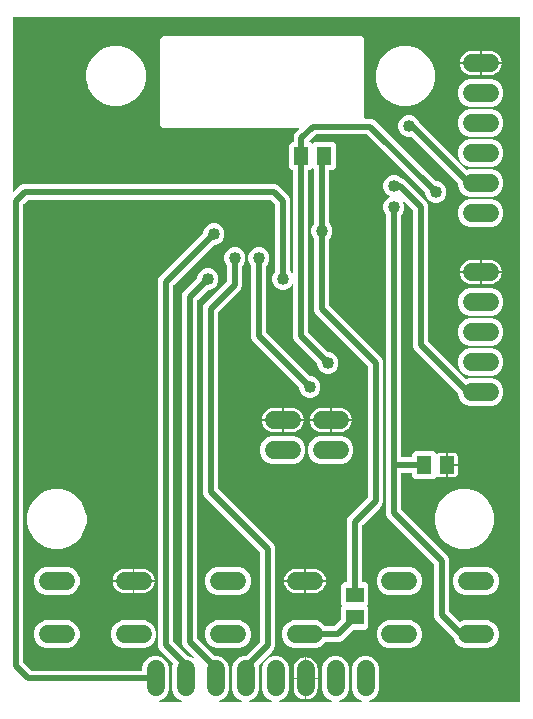
<source format=gbr>
G04 EAGLE Gerber RS-274X export*
G75*
%MOMM*%
%FSLAX34Y34*%
%LPD*%
%INBottom Copper*%
%IPPOS*%
%AMOC8*
5,1,8,0,0,1.08239X$1,22.5*%
G01*
%ADD10C,1.524000*%
%ADD11R,1.300000X1.500000*%
%ADD12R,1.500000X1.300000*%
%ADD13C,1.016000*%
%ADD14C,0.508000*%
%ADD15C,1.206400*%

G36*
X153567Y10164D02*
X153567Y10164D01*
X153580Y10162D01*
X153651Y10183D01*
X153723Y10200D01*
X153733Y10208D01*
X153746Y10212D01*
X153800Y10263D01*
X153857Y10310D01*
X153862Y10322D01*
X153872Y10331D01*
X153898Y10401D01*
X153928Y10469D01*
X153927Y10482D01*
X153932Y10494D01*
X153924Y10567D01*
X153921Y10642D01*
X153915Y10653D01*
X153914Y10666D01*
X153874Y10729D01*
X153839Y10794D01*
X153828Y10801D01*
X153821Y10812D01*
X153700Y10892D01*
X149881Y12474D01*
X146594Y15761D01*
X144815Y20056D01*
X144815Y39944D01*
X145895Y42552D01*
X145906Y42615D01*
X145924Y42676D01*
X145920Y42699D01*
X145924Y42723D01*
X145905Y42784D01*
X145894Y42846D01*
X145879Y42869D01*
X145873Y42889D01*
X145847Y42916D01*
X145813Y42966D01*
X136012Y52767D01*
X134101Y54679D01*
X133095Y57106D01*
X133095Y367074D01*
X134101Y369501D01*
X171084Y406484D01*
X171108Y406523D01*
X171117Y406531D01*
X171128Y406555D01*
X171168Y406611D01*
X171170Y406623D01*
X171175Y406632D01*
X171179Y406668D01*
X171188Y406689D01*
X171187Y406713D01*
X171195Y406753D01*
X171195Y408219D01*
X172587Y411580D01*
X175160Y414153D01*
X178521Y415545D01*
X182159Y415545D01*
X185520Y414153D01*
X188093Y411580D01*
X189485Y408219D01*
X189485Y404581D01*
X188093Y401220D01*
X185520Y398647D01*
X182159Y397255D01*
X180693Y397255D01*
X180619Y397238D01*
X180545Y397225D01*
X180534Y397218D01*
X180525Y397216D01*
X180496Y397192D01*
X180424Y397144D01*
X146416Y363136D01*
X146376Y363071D01*
X146332Y363009D01*
X146330Y362997D01*
X146325Y362988D01*
X146321Y362951D01*
X146305Y362867D01*
X146305Y61313D01*
X146322Y61239D01*
X146335Y61165D01*
X146342Y61154D01*
X146344Y61145D01*
X146368Y61116D01*
X146416Y61044D01*
X158044Y49416D01*
X158109Y49376D01*
X158171Y49332D01*
X158183Y49330D01*
X158192Y49325D01*
X158229Y49321D01*
X158313Y49305D01*
X158824Y49305D01*
X163051Y47554D01*
X163064Y47552D01*
X163075Y47545D01*
X163149Y47538D01*
X163222Y47526D01*
X163234Y47530D01*
X163247Y47528D01*
X163317Y47555D01*
X163388Y47577D01*
X163397Y47585D01*
X163409Y47590D01*
X163460Y47645D01*
X163514Y47695D01*
X163518Y47708D01*
X163527Y47717D01*
X163548Y47789D01*
X163574Y47858D01*
X163572Y47871D01*
X163576Y47883D01*
X163563Y47956D01*
X163556Y48030D01*
X163549Y48041D01*
X163546Y48054D01*
X163465Y48174D01*
X154421Y57219D01*
X153415Y59646D01*
X153415Y354374D01*
X154421Y356801D01*
X166004Y368384D01*
X166044Y368449D01*
X166088Y368511D01*
X166090Y368523D01*
X166095Y368532D01*
X166099Y368569D01*
X166115Y368653D01*
X166115Y370119D01*
X167507Y373480D01*
X170080Y376053D01*
X173441Y377445D01*
X177079Y377445D01*
X180440Y376053D01*
X183013Y373480D01*
X184405Y370119D01*
X184405Y366481D01*
X183013Y363120D01*
X180440Y360547D01*
X177079Y359155D01*
X175613Y359155D01*
X175539Y359138D01*
X175465Y359125D01*
X175454Y359118D01*
X175445Y359116D01*
X175416Y359092D01*
X175344Y359044D01*
X166736Y350436D01*
X166696Y350371D01*
X166652Y350309D01*
X166650Y350297D01*
X166645Y350288D01*
X166641Y350251D01*
X166625Y350167D01*
X166625Y63853D01*
X166642Y63779D01*
X166655Y63705D01*
X166662Y63694D01*
X166664Y63685D01*
X166688Y63656D01*
X166736Y63584D01*
X180904Y49416D01*
X180969Y49376D01*
X181031Y49332D01*
X181043Y49330D01*
X181052Y49325D01*
X181089Y49321D01*
X181173Y49305D01*
X184224Y49305D01*
X188519Y47526D01*
X191806Y44239D01*
X193585Y39944D01*
X193585Y20056D01*
X191806Y15761D01*
X188519Y12474D01*
X184700Y10892D01*
X184689Y10885D01*
X184677Y10882D01*
X184619Y10835D01*
X184559Y10791D01*
X184553Y10780D01*
X184543Y10772D01*
X184513Y10704D01*
X184478Y10638D01*
X184477Y10625D01*
X184472Y10613D01*
X184475Y10539D01*
X184473Y10465D01*
X184478Y10453D01*
X184479Y10440D01*
X184514Y10375D01*
X184545Y10308D01*
X184555Y10299D01*
X184561Y10288D01*
X184622Y10245D01*
X184680Y10199D01*
X184692Y10196D01*
X184703Y10188D01*
X184845Y10161D01*
X204355Y10161D01*
X204367Y10164D01*
X204380Y10162D01*
X204451Y10183D01*
X204523Y10200D01*
X204533Y10208D01*
X204546Y10212D01*
X204600Y10263D01*
X204657Y10310D01*
X204662Y10322D01*
X204672Y10331D01*
X204698Y10401D01*
X204728Y10469D01*
X204727Y10482D01*
X204732Y10494D01*
X204724Y10567D01*
X204721Y10642D01*
X204715Y10653D01*
X204714Y10666D01*
X204674Y10729D01*
X204639Y10794D01*
X204628Y10801D01*
X204621Y10812D01*
X204500Y10892D01*
X200681Y12474D01*
X197394Y15761D01*
X195615Y20056D01*
X195615Y39944D01*
X197394Y44239D01*
X200681Y47526D01*
X204976Y49305D01*
X207447Y49305D01*
X207521Y49322D01*
X207595Y49335D01*
X207606Y49342D01*
X207615Y49344D01*
X207644Y49368D01*
X207716Y49416D01*
X219344Y61044D01*
X219384Y61109D01*
X219428Y61171D01*
X219430Y61183D01*
X219435Y61192D01*
X219439Y61229D01*
X219455Y61313D01*
X219455Y136807D01*
X219443Y136861D01*
X219442Y136885D01*
X219435Y136897D01*
X219425Y136955D01*
X219418Y136966D01*
X219416Y136975D01*
X219392Y137004D01*
X219344Y137076D01*
X172201Y184219D01*
X171195Y186646D01*
X171195Y344214D01*
X172201Y346641D01*
X191404Y365844D01*
X191444Y365909D01*
X191488Y365971D01*
X191490Y365983D01*
X191495Y365992D01*
X191499Y366029D01*
X191515Y366113D01*
X191515Y379595D01*
X191498Y379669D01*
X191485Y379743D01*
X191478Y379754D01*
X191476Y379763D01*
X191452Y379792D01*
X191404Y379863D01*
X190367Y380900D01*
X188975Y384261D01*
X188975Y387899D01*
X190367Y391260D01*
X192940Y393833D01*
X196301Y395225D01*
X199939Y395225D01*
X203300Y393833D01*
X205873Y391260D01*
X207265Y387899D01*
X207265Y384261D01*
X205873Y380900D01*
X204836Y379863D01*
X204796Y379799D01*
X204752Y379737D01*
X204750Y379725D01*
X204745Y379716D01*
X204741Y379679D01*
X204725Y379595D01*
X204725Y361906D01*
X203719Y359479D01*
X184516Y340276D01*
X184476Y340211D01*
X184432Y340149D01*
X184430Y340137D01*
X184425Y340128D01*
X184421Y340091D01*
X184405Y340007D01*
X184405Y190853D01*
X184422Y190779D01*
X184435Y190705D01*
X184442Y190694D01*
X184444Y190685D01*
X184468Y190656D01*
X184516Y190584D01*
X231659Y143441D01*
X232665Y141014D01*
X232665Y57106D01*
X231659Y54679D01*
X229748Y52767D01*
X218561Y41581D01*
X218527Y41527D01*
X218488Y41477D01*
X218482Y41454D01*
X218470Y41433D01*
X218464Y41370D01*
X218450Y41308D01*
X218455Y41282D01*
X218453Y41261D01*
X218466Y41226D01*
X218479Y41166D01*
X218985Y39944D01*
X218985Y20056D01*
X217206Y15761D01*
X213919Y12474D01*
X210100Y10892D01*
X210089Y10885D01*
X210077Y10882D01*
X210019Y10835D01*
X209959Y10791D01*
X209953Y10780D01*
X209943Y10772D01*
X209913Y10704D01*
X209878Y10638D01*
X209877Y10625D01*
X209872Y10613D01*
X209875Y10539D01*
X209873Y10465D01*
X209878Y10453D01*
X209879Y10440D01*
X209914Y10375D01*
X209945Y10308D01*
X209955Y10299D01*
X209961Y10288D01*
X210022Y10245D01*
X210080Y10199D01*
X210092Y10196D01*
X210103Y10188D01*
X210245Y10161D01*
X229755Y10161D01*
X229767Y10164D01*
X229780Y10162D01*
X229851Y10183D01*
X229923Y10200D01*
X229933Y10208D01*
X229946Y10212D01*
X230000Y10263D01*
X230057Y10310D01*
X230062Y10322D01*
X230072Y10331D01*
X230098Y10401D01*
X230128Y10469D01*
X230127Y10482D01*
X230132Y10494D01*
X230124Y10567D01*
X230121Y10642D01*
X230115Y10653D01*
X230114Y10666D01*
X230074Y10729D01*
X230039Y10794D01*
X230028Y10801D01*
X230021Y10812D01*
X229900Y10892D01*
X226081Y12474D01*
X222794Y15761D01*
X221015Y20056D01*
X221015Y39944D01*
X222794Y44239D01*
X226081Y47526D01*
X230376Y49305D01*
X235024Y49305D01*
X239319Y47526D01*
X242606Y44239D01*
X244385Y39944D01*
X244385Y20056D01*
X242606Y15761D01*
X239319Y12474D01*
X235500Y10892D01*
X235489Y10885D01*
X235477Y10882D01*
X235419Y10835D01*
X235359Y10791D01*
X235353Y10780D01*
X235343Y10772D01*
X235313Y10704D01*
X235278Y10638D01*
X235277Y10625D01*
X235272Y10613D01*
X235275Y10539D01*
X235273Y10465D01*
X235278Y10453D01*
X235279Y10440D01*
X235314Y10375D01*
X235345Y10308D01*
X235355Y10299D01*
X235361Y10288D01*
X235422Y10245D01*
X235480Y10199D01*
X235492Y10196D01*
X235503Y10188D01*
X235645Y10161D01*
X280555Y10161D01*
X280567Y10164D01*
X280580Y10162D01*
X280651Y10183D01*
X280723Y10200D01*
X280733Y10208D01*
X280746Y10212D01*
X280800Y10263D01*
X280857Y10310D01*
X280862Y10322D01*
X280872Y10331D01*
X280898Y10401D01*
X280928Y10469D01*
X280927Y10482D01*
X280932Y10494D01*
X280924Y10567D01*
X280921Y10642D01*
X280915Y10653D01*
X280914Y10666D01*
X280874Y10729D01*
X280839Y10794D01*
X280828Y10801D01*
X280821Y10812D01*
X280700Y10892D01*
X276881Y12474D01*
X273594Y15761D01*
X271815Y20056D01*
X271815Y39944D01*
X273594Y44239D01*
X276881Y47526D01*
X281176Y49305D01*
X285824Y49305D01*
X290119Y47526D01*
X293406Y44239D01*
X295185Y39944D01*
X295185Y20056D01*
X293406Y15761D01*
X290119Y12474D01*
X286300Y10892D01*
X286289Y10885D01*
X286277Y10882D01*
X286219Y10835D01*
X286159Y10791D01*
X286153Y10780D01*
X286143Y10772D01*
X286113Y10704D01*
X286078Y10638D01*
X286077Y10625D01*
X286072Y10613D01*
X286075Y10539D01*
X286073Y10465D01*
X286078Y10453D01*
X286079Y10440D01*
X286114Y10375D01*
X286145Y10308D01*
X286155Y10299D01*
X286161Y10288D01*
X286222Y10245D01*
X286280Y10199D01*
X286292Y10196D01*
X286303Y10188D01*
X286445Y10161D01*
X305955Y10161D01*
X305967Y10164D01*
X305980Y10162D01*
X306051Y10183D01*
X306123Y10200D01*
X306133Y10208D01*
X306146Y10212D01*
X306200Y10263D01*
X306257Y10310D01*
X306262Y10322D01*
X306272Y10331D01*
X306298Y10401D01*
X306328Y10469D01*
X306327Y10482D01*
X306332Y10494D01*
X306324Y10567D01*
X306321Y10642D01*
X306315Y10653D01*
X306314Y10666D01*
X306274Y10729D01*
X306239Y10794D01*
X306228Y10801D01*
X306221Y10812D01*
X306100Y10892D01*
X302281Y12474D01*
X298994Y15761D01*
X297215Y20056D01*
X297215Y39944D01*
X298994Y44239D01*
X302281Y47526D01*
X306576Y49305D01*
X311224Y49305D01*
X315519Y47526D01*
X318806Y44239D01*
X320585Y39944D01*
X320585Y20056D01*
X318806Y15761D01*
X315519Y12474D01*
X311700Y10892D01*
X311689Y10885D01*
X311677Y10882D01*
X311619Y10835D01*
X311559Y10791D01*
X311553Y10780D01*
X311543Y10772D01*
X311513Y10704D01*
X311478Y10638D01*
X311477Y10625D01*
X311472Y10613D01*
X311475Y10539D01*
X311473Y10465D01*
X311478Y10453D01*
X311479Y10440D01*
X311514Y10375D01*
X311545Y10308D01*
X311555Y10299D01*
X311561Y10288D01*
X311622Y10245D01*
X311680Y10199D01*
X311692Y10196D01*
X311703Y10188D01*
X311845Y10161D01*
X439459Y10161D01*
X439509Y10172D01*
X439560Y10174D01*
X439592Y10192D01*
X439628Y10200D01*
X439667Y10233D01*
X439712Y10257D01*
X439733Y10287D01*
X439761Y10310D01*
X439782Y10357D01*
X439812Y10399D01*
X439820Y10441D01*
X439832Y10469D01*
X439831Y10499D01*
X439839Y10541D01*
X439839Y589459D01*
X439828Y589509D01*
X439826Y589560D01*
X439808Y589592D01*
X439800Y589628D01*
X439767Y589667D01*
X439743Y589712D01*
X439713Y589733D01*
X439690Y589761D01*
X439643Y589782D01*
X439601Y589812D01*
X439559Y589820D01*
X439531Y589832D01*
X439501Y589831D01*
X439459Y589839D01*
X10541Y589839D01*
X10491Y589828D01*
X10440Y589826D01*
X10408Y589808D01*
X10372Y589800D01*
X10333Y589767D01*
X10288Y589743D01*
X10267Y589713D01*
X10239Y589690D01*
X10218Y589643D01*
X10188Y589601D01*
X10180Y589559D01*
X10168Y589531D01*
X10169Y589501D01*
X10161Y589459D01*
X10161Y442059D01*
X10167Y442034D01*
X10164Y442008D01*
X10186Y441951D01*
X10200Y441890D01*
X10217Y441871D01*
X10226Y441846D01*
X10271Y441805D01*
X10310Y441757D01*
X10334Y441746D01*
X10353Y441729D01*
X10412Y441711D01*
X10469Y441686D01*
X10494Y441687D01*
X10519Y441680D01*
X10580Y441690D01*
X10642Y441693D01*
X10664Y441705D01*
X10690Y441709D01*
X10761Y441758D01*
X10794Y441775D01*
X10800Y441783D01*
X10810Y441790D01*
X14667Y445648D01*
X16579Y447559D01*
X19006Y448565D01*
X232454Y448565D01*
X234881Y447559D01*
X244359Y438081D01*
X245365Y435654D01*
X245365Y374785D01*
X245378Y374729D01*
X245378Y374720D01*
X245381Y374714D01*
X245382Y374711D01*
X245395Y374637D01*
X245402Y374626D01*
X245404Y374617D01*
X245428Y374588D01*
X245476Y374517D01*
X246513Y373480D01*
X246664Y373115D01*
X246671Y373105D01*
X246674Y373092D01*
X246722Y373034D01*
X246765Y372974D01*
X246776Y372968D01*
X246784Y372958D01*
X246852Y372928D01*
X246918Y372893D01*
X246931Y372893D01*
X246943Y372887D01*
X247017Y372890D01*
X247091Y372888D01*
X247103Y372893D01*
X247116Y372894D01*
X247181Y372929D01*
X247248Y372960D01*
X247257Y372970D01*
X247268Y372977D01*
X247311Y373037D01*
X247357Y373095D01*
X247360Y373108D01*
X247368Y373118D01*
X247395Y373261D01*
X247395Y460495D01*
X247384Y460545D01*
X247382Y460596D01*
X247364Y460628D01*
X247356Y460664D01*
X247323Y460703D01*
X247299Y460748D01*
X247269Y460769D01*
X247246Y460797D01*
X247199Y460818D01*
X247157Y460848D01*
X247115Y460856D01*
X247087Y460868D01*
X247057Y460867D01*
X247015Y460875D01*
X246476Y460875D01*
X244095Y463256D01*
X244095Y481624D01*
X246476Y484005D01*
X247675Y484005D01*
X247725Y484016D01*
X247776Y484018D01*
X247808Y484036D01*
X247844Y484044D01*
X247883Y484077D01*
X247928Y484101D01*
X247949Y484131D01*
X247977Y484154D01*
X247998Y484201D01*
X248028Y484243D01*
X248036Y484285D01*
X248048Y484313D01*
X248047Y484343D01*
X248055Y484385D01*
X248055Y489124D01*
X249061Y491551D01*
X252646Y495136D01*
X252659Y495158D01*
X252679Y495174D01*
X252704Y495231D01*
X252737Y495283D01*
X252740Y495309D01*
X252750Y495333D01*
X252748Y495394D01*
X252754Y495456D01*
X252744Y495480D01*
X252743Y495506D01*
X252714Y495560D01*
X252692Y495618D01*
X252673Y495635D01*
X252661Y495658D01*
X252610Y495693D01*
X252565Y495735D01*
X252540Y495743D01*
X252519Y495758D01*
X252434Y495774D01*
X252399Y495785D01*
X252389Y495783D01*
X252377Y495785D01*
X137116Y495785D01*
X134735Y498166D01*
X134735Y571384D01*
X137116Y573765D01*
X305584Y573765D01*
X307965Y571384D01*
X307965Y504295D01*
X307976Y504245D01*
X307978Y504194D01*
X307996Y504162D01*
X308004Y504126D01*
X308037Y504087D01*
X308061Y504042D01*
X308091Y504021D01*
X308114Y503993D01*
X308161Y503972D01*
X308203Y503942D01*
X308245Y503934D01*
X308273Y503922D01*
X308303Y503923D01*
X308345Y503915D01*
X314264Y503915D01*
X316691Y502909D01*
X368384Y451216D01*
X368449Y451176D01*
X368511Y451132D01*
X368523Y451130D01*
X368532Y451125D01*
X368569Y451121D01*
X368653Y451105D01*
X370119Y451105D01*
X373480Y449713D01*
X376053Y447140D01*
X377445Y443779D01*
X377445Y440141D01*
X376053Y436780D01*
X373480Y434207D01*
X370119Y432815D01*
X366481Y432815D01*
X363120Y434207D01*
X360547Y436780D01*
X359155Y440141D01*
X359155Y441607D01*
X359138Y441681D01*
X359125Y441755D01*
X359118Y441766D01*
X359116Y441775D01*
X359092Y441804D01*
X359044Y441876D01*
X310326Y490594D01*
X310261Y490634D01*
X310199Y490678D01*
X310187Y490680D01*
X310178Y490685D01*
X310141Y490689D01*
X310057Y490705D01*
X267053Y490705D01*
X266979Y490688D01*
X266905Y490675D01*
X266894Y490668D01*
X266885Y490666D01*
X266856Y490642D01*
X266784Y490594D01*
X261376Y485186D01*
X261336Y485121D01*
X261292Y485059D01*
X261290Y485047D01*
X261285Y485038D01*
X261281Y485001D01*
X261265Y484917D01*
X261265Y484385D01*
X261276Y484335D01*
X261278Y484284D01*
X261296Y484252D01*
X261304Y484216D01*
X261337Y484177D01*
X261361Y484132D01*
X261391Y484111D01*
X261414Y484083D01*
X261461Y484062D01*
X261503Y484032D01*
X261545Y484024D01*
X261573Y484012D01*
X261603Y484013D01*
X261645Y484005D01*
X262844Y484005D01*
X263891Y482957D01*
X263934Y482930D01*
X263972Y482896D01*
X264007Y482885D01*
X264038Y482866D01*
X264089Y482861D01*
X264138Y482847D01*
X264174Y482853D01*
X264211Y482849D01*
X264258Y482867D01*
X264309Y482876D01*
X264344Y482900D01*
X264373Y482911D01*
X264394Y482933D01*
X264429Y482957D01*
X265476Y484005D01*
X281844Y484005D01*
X284225Y481624D01*
X284225Y463256D01*
X281844Y460875D01*
X278765Y460875D01*
X278715Y460864D01*
X278664Y460862D01*
X278632Y460844D01*
X278596Y460836D01*
X278557Y460803D01*
X278512Y460779D01*
X278491Y460749D01*
X278463Y460726D01*
X278442Y460679D01*
X278412Y460637D01*
X278404Y460595D01*
X278392Y460567D01*
X278393Y460537D01*
X278385Y460495D01*
X278385Y415425D01*
X278402Y415351D01*
X278415Y415277D01*
X278422Y415266D01*
X278424Y415257D01*
X278448Y415228D01*
X278496Y415157D01*
X279533Y414120D01*
X280925Y410759D01*
X280925Y407121D01*
X279533Y403760D01*
X278496Y402723D01*
X278456Y402659D01*
X278412Y402597D01*
X278410Y402585D01*
X278405Y402576D01*
X278401Y402539D01*
X278385Y402455D01*
X278385Y345793D01*
X278402Y345719D01*
X278415Y345644D01*
X278422Y345634D01*
X278424Y345625D01*
X278448Y345596D01*
X278496Y345524D01*
X323099Y300921D01*
X324105Y298494D01*
X324105Y179026D01*
X323099Y176599D01*
X321188Y174687D01*
X306436Y159936D01*
X306396Y159871D01*
X306352Y159809D01*
X306350Y159797D01*
X306345Y159788D01*
X306341Y159751D01*
X306325Y159667D01*
X306325Y111885D01*
X306336Y111835D01*
X306338Y111784D01*
X306356Y111752D01*
X306364Y111716D01*
X306397Y111677D01*
X306421Y111632D01*
X306451Y111611D01*
X306474Y111583D01*
X306521Y111562D01*
X306563Y111532D01*
X306605Y111524D01*
X306633Y111512D01*
X306663Y111513D01*
X306705Y111505D01*
X308904Y111505D01*
X311285Y109124D01*
X311285Y92756D01*
X310237Y91709D01*
X310210Y91666D01*
X310176Y91628D01*
X310165Y91593D01*
X310146Y91562D01*
X310141Y91511D01*
X310127Y91462D01*
X310133Y91426D01*
X310129Y91389D01*
X310147Y91342D01*
X310156Y91291D01*
X310180Y91256D01*
X310191Y91227D01*
X310213Y91206D01*
X310237Y91171D01*
X311285Y90124D01*
X311285Y73756D01*
X308904Y71375D01*
X298653Y71375D01*
X298579Y71358D01*
X298505Y71345D01*
X298494Y71338D01*
X298485Y71336D01*
X298456Y71312D01*
X298384Y71264D01*
X288915Y61795D01*
X286488Y60789D01*
X275209Y60789D01*
X275135Y60772D01*
X275061Y60759D01*
X275051Y60752D01*
X275041Y60750D01*
X275012Y60726D01*
X274941Y60678D01*
X271751Y57488D01*
X267456Y55709D01*
X247568Y55709D01*
X243273Y57488D01*
X239986Y60775D01*
X238207Y65070D01*
X238207Y69718D01*
X239986Y74013D01*
X243273Y77300D01*
X247568Y79079D01*
X267456Y79079D01*
X271751Y77300D01*
X274941Y74110D01*
X275005Y74070D01*
X275067Y74026D01*
X275079Y74024D01*
X275088Y74019D01*
X275125Y74015D01*
X275209Y73999D01*
X282281Y73999D01*
X282355Y74016D01*
X282429Y74029D01*
X282440Y74036D01*
X282449Y74038D01*
X282478Y74062D01*
X282550Y74110D01*
X288044Y79604D01*
X288084Y79669D01*
X288128Y79731D01*
X288130Y79743D01*
X288135Y79752D01*
X288139Y79789D01*
X288155Y79873D01*
X288155Y90124D01*
X289203Y91171D01*
X289230Y91214D01*
X289264Y91252D01*
X289275Y91287D01*
X289294Y91318D01*
X289299Y91369D01*
X289313Y91418D01*
X289307Y91454D01*
X289311Y91491D01*
X289293Y91538D01*
X289284Y91589D01*
X289260Y91624D01*
X289249Y91653D01*
X289227Y91674D01*
X289203Y91709D01*
X288155Y92756D01*
X288155Y109124D01*
X290536Y111505D01*
X292735Y111505D01*
X292785Y111516D01*
X292836Y111518D01*
X292868Y111536D01*
X292904Y111544D01*
X292943Y111577D01*
X292988Y111601D01*
X293009Y111631D01*
X293037Y111654D01*
X293058Y111701D01*
X293088Y111743D01*
X293096Y111785D01*
X293108Y111813D01*
X293107Y111843D01*
X293115Y111885D01*
X293115Y163874D01*
X294121Y166301D01*
X310784Y182964D01*
X310824Y183029D01*
X310868Y183091D01*
X310870Y183103D01*
X310875Y183112D01*
X310879Y183149D01*
X310895Y183233D01*
X310895Y294287D01*
X310878Y294361D01*
X310865Y294435D01*
X310858Y294446D01*
X310856Y294455D01*
X310832Y294484D01*
X310784Y294556D01*
X268092Y337247D01*
X266181Y339159D01*
X265175Y341586D01*
X265175Y402455D01*
X265158Y402529D01*
X265145Y402603D01*
X265138Y402614D01*
X265136Y402623D01*
X265112Y402652D01*
X265064Y402723D01*
X264027Y403760D01*
X262635Y407121D01*
X262635Y410759D01*
X264027Y414120D01*
X265064Y415157D01*
X265104Y415221D01*
X265148Y415283D01*
X265150Y415295D01*
X265155Y415304D01*
X265159Y415341D01*
X265175Y415425D01*
X265175Y461019D01*
X265158Y461093D01*
X265145Y461168D01*
X265138Y461178D01*
X265136Y461188D01*
X265112Y461216D01*
X265064Y461288D01*
X264429Y461923D01*
X264386Y461950D01*
X264348Y461984D01*
X264313Y461995D01*
X264282Y462014D01*
X264231Y462019D01*
X264182Y462033D01*
X264146Y462027D01*
X264109Y462031D01*
X264062Y462013D01*
X264011Y462004D01*
X263976Y461980D01*
X263947Y461969D01*
X263926Y461947D01*
X263891Y461923D01*
X262844Y460875D01*
X260985Y460875D01*
X260935Y460864D01*
X260884Y460862D01*
X260852Y460844D01*
X260816Y460836D01*
X260777Y460803D01*
X260732Y460779D01*
X260711Y460749D01*
X260683Y460726D01*
X260662Y460679D01*
X260632Y460637D01*
X260624Y460595D01*
X260612Y460567D01*
X260613Y460537D01*
X260605Y460495D01*
X260605Y322933D01*
X260622Y322859D01*
X260635Y322785D01*
X260642Y322774D01*
X260644Y322765D01*
X260668Y322736D01*
X260716Y322664D01*
X276944Y306436D01*
X277009Y306396D01*
X277071Y306352D01*
X277083Y306350D01*
X277092Y306345D01*
X277129Y306341D01*
X277213Y306325D01*
X278679Y306325D01*
X282040Y304933D01*
X284613Y302360D01*
X286005Y298999D01*
X286005Y295361D01*
X284613Y292000D01*
X282040Y289427D01*
X278679Y288035D01*
X275041Y288035D01*
X271680Y289427D01*
X269107Y292000D01*
X267715Y295361D01*
X267715Y296827D01*
X267698Y296901D01*
X267685Y296975D01*
X267678Y296986D01*
X267676Y296995D01*
X267652Y297024D01*
X267604Y297096D01*
X248401Y316299D01*
X247395Y318726D01*
X247395Y363339D01*
X247392Y363352D01*
X247394Y363365D01*
X247373Y363436D01*
X247356Y363508D01*
X247348Y363518D01*
X247344Y363531D01*
X247293Y363585D01*
X247246Y363642D01*
X247234Y363647D01*
X247225Y363657D01*
X247155Y363682D01*
X247087Y363713D01*
X247075Y363712D01*
X247062Y363717D01*
X246988Y363709D01*
X246914Y363706D01*
X246903Y363700D01*
X246890Y363699D01*
X246827Y363659D01*
X246762Y363623D01*
X246755Y363613D01*
X246744Y363606D01*
X246664Y363485D01*
X246513Y363120D01*
X243940Y360547D01*
X240579Y359155D01*
X236941Y359155D01*
X233580Y360547D01*
X231007Y363120D01*
X229615Y366481D01*
X229615Y370119D01*
X231007Y373480D01*
X232044Y374517D01*
X232084Y374581D01*
X232128Y374643D01*
X232130Y374655D01*
X232135Y374664D01*
X232139Y374701D01*
X232148Y374747D01*
X232148Y374748D01*
X232148Y374749D01*
X232155Y374785D01*
X232155Y431447D01*
X232138Y431521D01*
X232125Y431595D01*
X232118Y431606D01*
X232116Y431615D01*
X232092Y431644D01*
X232044Y431716D01*
X228516Y435244D01*
X228451Y435284D01*
X228389Y435328D01*
X228377Y435330D01*
X228368Y435335D01*
X228331Y435339D01*
X228247Y435355D01*
X23213Y435355D01*
X23139Y435338D01*
X23065Y435325D01*
X23054Y435318D01*
X23045Y435316D01*
X23016Y435292D01*
X22944Y435244D01*
X19416Y431716D01*
X19376Y431651D01*
X19332Y431589D01*
X19330Y431577D01*
X19325Y431568D01*
X19321Y431531D01*
X19305Y431447D01*
X19305Y43533D01*
X19322Y43459D01*
X19335Y43385D01*
X19342Y43374D01*
X19344Y43365D01*
X19368Y43336D01*
X19416Y43264D01*
X25964Y36716D01*
X26029Y36676D01*
X26091Y36632D01*
X26103Y36630D01*
X26112Y36625D01*
X26149Y36621D01*
X26233Y36605D01*
X119035Y36605D01*
X119085Y36616D01*
X119136Y36618D01*
X119168Y36636D01*
X119204Y36644D01*
X119243Y36677D01*
X119288Y36701D01*
X119309Y36731D01*
X119337Y36754D01*
X119358Y36801D01*
X119388Y36843D01*
X119396Y36885D01*
X119408Y36913D01*
X119407Y36943D01*
X119415Y36985D01*
X119415Y39944D01*
X121194Y44239D01*
X124481Y47526D01*
X128776Y49305D01*
X133424Y49305D01*
X137719Y47526D01*
X141006Y44239D01*
X142785Y39944D01*
X142785Y20056D01*
X141006Y15761D01*
X137719Y12474D01*
X133900Y10892D01*
X133889Y10885D01*
X133877Y10882D01*
X133819Y10835D01*
X133759Y10791D01*
X133753Y10780D01*
X133743Y10772D01*
X133713Y10704D01*
X133678Y10638D01*
X133677Y10625D01*
X133672Y10613D01*
X133675Y10539D01*
X133673Y10465D01*
X133678Y10453D01*
X133679Y10440D01*
X133714Y10375D01*
X133745Y10308D01*
X133755Y10299D01*
X133761Y10288D01*
X133822Y10245D01*
X133880Y10199D01*
X133892Y10196D01*
X133903Y10188D01*
X134045Y10161D01*
X153555Y10161D01*
X153567Y10164D01*
G37*
%LPC*%
G36*
X392568Y55709D02*
X392568Y55709D01*
X388273Y57488D01*
X384986Y60775D01*
X383531Y64287D01*
X383530Y64289D01*
X383530Y64290D01*
X383449Y64410D01*
X367781Y80079D01*
X366775Y82506D01*
X366775Y126647D01*
X366758Y126721D01*
X366745Y126795D01*
X366738Y126806D01*
X366736Y126815D01*
X366712Y126844D01*
X366664Y126916D01*
X327141Y166439D01*
X326135Y168866D01*
X326135Y422775D01*
X326122Y422833D01*
X326118Y422849D01*
X326105Y422923D01*
X326098Y422934D01*
X326096Y422943D01*
X326072Y422972D01*
X326024Y423043D01*
X324987Y424080D01*
X323595Y427441D01*
X323595Y431079D01*
X324987Y434440D01*
X327560Y437013D01*
X329458Y437799D01*
X329479Y437814D01*
X329504Y437821D01*
X329549Y437864D01*
X329599Y437900D01*
X329611Y437923D01*
X329630Y437940D01*
X329651Y437998D01*
X329680Y438053D01*
X329681Y438079D01*
X329690Y438103D01*
X329683Y438164D01*
X329685Y438226D01*
X329674Y438249D01*
X329672Y438275D01*
X329638Y438327D01*
X329613Y438383D01*
X329593Y438400D01*
X329579Y438421D01*
X329507Y438469D01*
X329478Y438492D01*
X329468Y438495D01*
X329458Y438501D01*
X327560Y439287D01*
X324987Y441860D01*
X323595Y445221D01*
X323595Y448859D01*
X324987Y452220D01*
X327560Y454793D01*
X330921Y456185D01*
X334559Y456185D01*
X337920Y454793D01*
X338968Y453745D01*
X338969Y453744D01*
X338970Y453742D01*
X339091Y453662D01*
X341561Y452639D01*
X343473Y450728D01*
X359288Y434913D01*
X361199Y433001D01*
X362205Y430574D01*
X362205Y315313D01*
X362222Y315239D01*
X362235Y315164D01*
X362242Y315154D01*
X362244Y315145D01*
X362268Y315116D01*
X362316Y315044D01*
X393985Y283375D01*
X394039Y283342D01*
X394088Y283302D01*
X394112Y283297D01*
X394132Y283284D01*
X394196Y283278D01*
X394257Y283264D01*
X394284Y283269D01*
X394305Y283267D01*
X394340Y283281D01*
X394399Y283293D01*
X396456Y284145D01*
X416344Y284145D01*
X420639Y282366D01*
X423926Y279079D01*
X425705Y274784D01*
X425705Y270136D01*
X423926Y265841D01*
X420639Y262554D01*
X416344Y260775D01*
X396456Y260775D01*
X392161Y262554D01*
X388874Y265841D01*
X387095Y270136D01*
X387095Y271427D01*
X387082Y271483D01*
X387082Y271493D01*
X387078Y271500D01*
X387078Y271501D01*
X387065Y271576D01*
X387058Y271586D01*
X387056Y271595D01*
X387032Y271624D01*
X386984Y271696D01*
X351912Y306767D01*
X350001Y308679D01*
X348995Y311106D01*
X348995Y426367D01*
X348978Y426441D01*
X348965Y426516D01*
X348958Y426526D01*
X348956Y426535D01*
X348932Y426564D01*
X348884Y426636D01*
X341429Y434090D01*
X341418Y434097D01*
X341411Y434108D01*
X341345Y434143D01*
X341282Y434182D01*
X341269Y434183D01*
X341258Y434189D01*
X341183Y434191D01*
X341110Y434198D01*
X341097Y434194D01*
X341084Y434194D01*
X341017Y434163D01*
X340948Y434137D01*
X340939Y434127D01*
X340927Y434122D01*
X340880Y434064D01*
X340830Y434010D01*
X340826Y433997D01*
X340818Y433987D01*
X340802Y433915D01*
X340781Y433843D01*
X340783Y433831D01*
X340780Y433818D01*
X340809Y433676D01*
X341885Y431079D01*
X341885Y427441D01*
X340493Y424080D01*
X339456Y423043D01*
X339416Y422979D01*
X339372Y422917D01*
X339370Y422905D01*
X339365Y422896D01*
X339361Y422859D01*
X339345Y422775D01*
X339345Y217805D01*
X339356Y217755D01*
X339358Y217704D01*
X339376Y217672D01*
X339384Y217636D01*
X339417Y217597D01*
X339441Y217552D01*
X339471Y217531D01*
X339494Y217503D01*
X339541Y217482D01*
X339583Y217452D01*
X339625Y217444D01*
X339653Y217432D01*
X339683Y217433D01*
X339725Y217425D01*
X347855Y217425D01*
X347905Y217436D01*
X347956Y217438D01*
X347988Y217456D01*
X348024Y217464D01*
X348063Y217497D01*
X348108Y217521D01*
X348129Y217551D01*
X348157Y217574D01*
X348178Y217621D01*
X348208Y217663D01*
X348216Y217705D01*
X348228Y217733D01*
X348227Y217763D01*
X348235Y217805D01*
X348235Y220004D01*
X350616Y222385D01*
X366984Y222385D01*
X369109Y220260D01*
X369152Y220233D01*
X369190Y220198D01*
X369225Y220188D01*
X369256Y220168D01*
X369307Y220163D01*
X369356Y220149D01*
X369392Y220155D01*
X369428Y220152D01*
X369476Y220170D01*
X369526Y220179D01*
X369562Y220202D01*
X369590Y220213D01*
X369611Y220236D01*
X369647Y220260D01*
X369740Y220353D01*
X370319Y220688D01*
X370965Y220861D01*
X377039Y220861D01*
X377039Y211201D01*
X377050Y211151D01*
X377052Y211100D01*
X377070Y211068D01*
X377078Y211032D01*
X377111Y210993D01*
X377135Y210948D01*
X377165Y210927D01*
X377188Y210899D01*
X377235Y210878D01*
X377277Y210848D01*
X377319Y210840D01*
X377347Y210828D01*
X377377Y210829D01*
X377419Y210821D01*
X377801Y210821D01*
X377801Y210819D01*
X377419Y210819D01*
X377369Y210808D01*
X377318Y210806D01*
X377286Y210788D01*
X377250Y210780D01*
X377211Y210747D01*
X377166Y210723D01*
X377145Y210693D01*
X377117Y210669D01*
X377096Y210623D01*
X377066Y210581D01*
X377058Y210539D01*
X377046Y210511D01*
X377047Y210481D01*
X377039Y210439D01*
X377039Y200779D01*
X370965Y200779D01*
X370319Y200952D01*
X369740Y201287D01*
X369647Y201380D01*
X369603Y201407D01*
X369566Y201442D01*
X369531Y201452D01*
X369499Y201472D01*
X369449Y201477D01*
X369400Y201491D01*
X369363Y201485D01*
X369327Y201488D01*
X369279Y201470D01*
X369229Y201461D01*
X369194Y201438D01*
X369165Y201427D01*
X369144Y201404D01*
X369109Y201380D01*
X366984Y199255D01*
X350616Y199255D01*
X348235Y201636D01*
X348235Y203835D01*
X348224Y203885D01*
X348222Y203936D01*
X348204Y203968D01*
X348196Y204004D01*
X348163Y204043D01*
X348139Y204088D01*
X348109Y204109D01*
X348086Y204137D01*
X348039Y204158D01*
X347997Y204188D01*
X347955Y204196D01*
X347927Y204208D01*
X347897Y204207D01*
X347855Y204215D01*
X339725Y204215D01*
X339675Y204204D01*
X339624Y204202D01*
X339592Y204184D01*
X339556Y204176D01*
X339517Y204143D01*
X339472Y204119D01*
X339451Y204089D01*
X339423Y204066D01*
X339402Y204019D01*
X339372Y203977D01*
X339364Y203935D01*
X339352Y203907D01*
X339353Y203877D01*
X339345Y203835D01*
X339345Y173073D01*
X339362Y172999D01*
X339375Y172925D01*
X339382Y172914D01*
X339384Y172905D01*
X339408Y172876D01*
X339456Y172804D01*
X378979Y133281D01*
X379985Y130854D01*
X379985Y86713D01*
X380002Y86639D01*
X380015Y86565D01*
X380022Y86554D01*
X380024Y86545D01*
X380048Y86516D01*
X380096Y86444D01*
X388778Y77763D01*
X388832Y77729D01*
X388881Y77689D01*
X388904Y77684D01*
X388925Y77671D01*
X388988Y77665D01*
X389050Y77652D01*
X389076Y77657D01*
X389097Y77655D01*
X389133Y77668D01*
X389192Y77680D01*
X392568Y79079D01*
X412456Y79079D01*
X416751Y77300D01*
X420038Y74013D01*
X421817Y69718D01*
X421817Y65070D01*
X420038Y60775D01*
X416751Y57488D01*
X412456Y55709D01*
X392568Y55709D01*
G37*
%LPD*%
%LPC*%
G36*
X339187Y514839D02*
X339187Y514839D01*
X332788Y516554D01*
X327051Y519866D01*
X322366Y524551D01*
X319054Y530288D01*
X318503Y532345D01*
X317339Y536687D01*
X317339Y543313D01*
X319054Y549712D01*
X322366Y555449D01*
X327051Y560134D01*
X332788Y563446D01*
X339187Y565161D01*
X345813Y565161D01*
X352212Y563446D01*
X357949Y560134D01*
X362634Y555449D01*
X365946Y549712D01*
X367661Y543313D01*
X367661Y536687D01*
X365946Y530288D01*
X362634Y524551D01*
X357949Y519866D01*
X352212Y516554D01*
X345813Y514839D01*
X339187Y514839D01*
G37*
%LPD*%
%LPC*%
G36*
X94187Y514839D02*
X94187Y514839D01*
X87788Y516554D01*
X82051Y519866D01*
X77366Y524551D01*
X74054Y530288D01*
X73503Y532345D01*
X72339Y536687D01*
X72339Y543313D01*
X74054Y549712D01*
X77366Y555449D01*
X82051Y560134D01*
X87788Y563446D01*
X94187Y565161D01*
X100813Y565161D01*
X107212Y563446D01*
X112949Y560134D01*
X117634Y555449D01*
X120946Y549712D01*
X122661Y543313D01*
X122661Y536687D01*
X120946Y530288D01*
X117634Y524551D01*
X112949Y519866D01*
X107212Y516554D01*
X100813Y514839D01*
X94187Y514839D01*
G37*
%LPD*%
%LPC*%
G36*
X389187Y139839D02*
X389187Y139839D01*
X382788Y141554D01*
X377051Y144866D01*
X372366Y149551D01*
X369054Y155288D01*
X368279Y158179D01*
X367339Y161687D01*
X367339Y168313D01*
X369054Y174712D01*
X372366Y180449D01*
X377051Y185134D01*
X382788Y188446D01*
X389187Y190161D01*
X395813Y190161D01*
X402212Y188446D01*
X407949Y185134D01*
X412634Y180449D01*
X415946Y174712D01*
X417475Y169005D01*
X417475Y169004D01*
X417661Y168313D01*
X417661Y161687D01*
X415946Y155288D01*
X412634Y149551D01*
X407949Y144866D01*
X402212Y141554D01*
X395813Y139839D01*
X389187Y139839D01*
G37*
%LPD*%
%LPC*%
G36*
X44187Y139839D02*
X44187Y139839D01*
X37788Y141554D01*
X32051Y144866D01*
X27366Y149551D01*
X24054Y155288D01*
X23279Y158179D01*
X22339Y161687D01*
X22339Y168313D01*
X24054Y174712D01*
X27366Y180449D01*
X32051Y185134D01*
X37788Y188446D01*
X44187Y190161D01*
X50813Y190161D01*
X57212Y188446D01*
X62949Y185134D01*
X67634Y180449D01*
X70946Y174712D01*
X72475Y169005D01*
X72475Y169004D01*
X72661Y168313D01*
X72661Y161687D01*
X70946Y155288D01*
X67634Y149551D01*
X62949Y144866D01*
X57212Y141554D01*
X50813Y139839D01*
X44187Y139839D01*
G37*
%LPD*%
%LPC*%
G36*
X259801Y267715D02*
X259801Y267715D01*
X256440Y269107D01*
X253867Y271680D01*
X252475Y275041D01*
X252475Y276507D01*
X252458Y276581D01*
X252445Y276655D01*
X252438Y276666D01*
X252436Y276675D01*
X252412Y276704D01*
X252364Y276776D01*
X212841Y316299D01*
X211835Y318726D01*
X211835Y379595D01*
X211818Y379669D01*
X211805Y379743D01*
X211798Y379754D01*
X211796Y379763D01*
X211772Y379792D01*
X211724Y379863D01*
X210687Y380900D01*
X209295Y384261D01*
X209295Y387899D01*
X210687Y391260D01*
X213260Y393833D01*
X216621Y395225D01*
X220259Y395225D01*
X223620Y393833D01*
X226193Y391260D01*
X227585Y387899D01*
X227585Y384261D01*
X226193Y380900D01*
X225156Y379863D01*
X225116Y379799D01*
X225072Y379737D01*
X225070Y379725D01*
X225065Y379716D01*
X225061Y379679D01*
X225045Y379595D01*
X225045Y322933D01*
X225062Y322859D01*
X225075Y322785D01*
X225082Y322774D01*
X225084Y322765D01*
X225108Y322736D01*
X225156Y322664D01*
X261704Y286116D01*
X261769Y286076D01*
X261831Y286032D01*
X261843Y286030D01*
X261852Y286025D01*
X261889Y286021D01*
X261973Y286005D01*
X263439Y286005D01*
X266800Y284613D01*
X269373Y282040D01*
X270765Y278679D01*
X270765Y275041D01*
X269373Y271680D01*
X266800Y269107D01*
X263439Y267715D01*
X259801Y267715D01*
G37*
%LPD*%
%LPC*%
G36*
X396456Y437895D02*
X396456Y437895D01*
X392161Y439674D01*
X388874Y442961D01*
X387095Y447256D01*
X387095Y449227D01*
X387078Y449301D01*
X387065Y449375D01*
X387058Y449386D01*
X387056Y449395D01*
X387032Y449424D01*
X386984Y449496D01*
X347810Y488669D01*
X347756Y488703D01*
X347707Y488743D01*
X347683Y488748D01*
X347663Y488761D01*
X347600Y488767D01*
X347538Y488781D01*
X347511Y488775D01*
X347490Y488777D01*
X347455Y488764D01*
X347396Y488752D01*
X347259Y488695D01*
X343621Y488695D01*
X340260Y490087D01*
X337687Y492660D01*
X336295Y496021D01*
X336295Y499659D01*
X337687Y503020D01*
X340260Y505593D01*
X343621Y506985D01*
X347259Y506985D01*
X350620Y505593D01*
X353193Y503020D01*
X353908Y501294D01*
X353909Y501292D01*
X353909Y501291D01*
X353960Y501215D01*
X353973Y501191D01*
X353979Y501187D01*
X353990Y501171D01*
X394466Y460695D01*
X394520Y460661D01*
X394569Y460621D01*
X394593Y460616D01*
X394613Y460603D01*
X394676Y460597D01*
X394738Y460583D01*
X394765Y460589D01*
X394786Y460587D01*
X394821Y460600D01*
X394880Y460612D01*
X396456Y461265D01*
X416344Y461265D01*
X420639Y459486D01*
X423926Y456199D01*
X425705Y451904D01*
X425705Y447256D01*
X423926Y442961D01*
X420639Y439674D01*
X416344Y437895D01*
X396456Y437895D01*
G37*
%LPD*%
%LPC*%
G36*
X182544Y55709D02*
X182544Y55709D01*
X178249Y57488D01*
X174962Y60775D01*
X173183Y65070D01*
X173183Y69718D01*
X174962Y74013D01*
X178249Y77300D01*
X182544Y79079D01*
X202432Y79079D01*
X206727Y77300D01*
X210014Y74013D01*
X211793Y69718D01*
X211793Y65070D01*
X210014Y60775D01*
X206727Y57488D01*
X202432Y55709D01*
X182544Y55709D01*
G37*
%LPD*%
%LPC*%
G36*
X396456Y514095D02*
X396456Y514095D01*
X392161Y515874D01*
X388874Y519161D01*
X387095Y523456D01*
X387095Y528104D01*
X388874Y532399D01*
X392161Y535686D01*
X396456Y537465D01*
X416344Y537465D01*
X420639Y535686D01*
X423926Y532399D01*
X425705Y528104D01*
X425705Y523456D01*
X423926Y519161D01*
X420639Y515874D01*
X416344Y514095D01*
X396456Y514095D01*
G37*
%LPD*%
%LPC*%
G36*
X396456Y488695D02*
X396456Y488695D01*
X392161Y490474D01*
X388874Y493761D01*
X387095Y498056D01*
X387095Y502704D01*
X388874Y506999D01*
X392161Y510286D01*
X396456Y512065D01*
X416344Y512065D01*
X420639Y510286D01*
X423926Y506999D01*
X425705Y502704D01*
X425705Y498056D01*
X423926Y493761D01*
X420639Y490474D01*
X416344Y488695D01*
X396456Y488695D01*
G37*
%LPD*%
%LPC*%
G36*
X396456Y463295D02*
X396456Y463295D01*
X392161Y465074D01*
X388874Y468361D01*
X387095Y472656D01*
X387095Y477304D01*
X388874Y481599D01*
X392161Y484886D01*
X396456Y486665D01*
X416344Y486665D01*
X420639Y484886D01*
X423926Y481599D01*
X425705Y477304D01*
X425705Y472656D01*
X423926Y468361D01*
X420639Y465074D01*
X416344Y463295D01*
X396456Y463295D01*
G37*
%LPD*%
%LPC*%
G36*
X396456Y412495D02*
X396456Y412495D01*
X392161Y414274D01*
X388874Y417561D01*
X387095Y421856D01*
X387095Y426504D01*
X388874Y430799D01*
X392161Y434086D01*
X396456Y435865D01*
X416344Y435865D01*
X420639Y434086D01*
X423926Y430799D01*
X425705Y426504D01*
X425705Y421856D01*
X423926Y417561D01*
X420639Y414274D01*
X416344Y412495D01*
X396456Y412495D01*
G37*
%LPD*%
%LPC*%
G36*
X228816Y211835D02*
X228816Y211835D01*
X224521Y213614D01*
X221234Y216901D01*
X219455Y221196D01*
X219455Y225844D01*
X221234Y230139D01*
X224521Y233426D01*
X228816Y235205D01*
X248704Y235205D01*
X252999Y233426D01*
X256286Y230139D01*
X258065Y225844D01*
X258065Y221196D01*
X256286Y216901D01*
X252999Y213614D01*
X248704Y211835D01*
X228816Y211835D01*
G37*
%LPD*%
%LPC*%
G36*
X327544Y100921D02*
X327544Y100921D01*
X323249Y102700D01*
X319962Y105987D01*
X318183Y110282D01*
X318183Y114930D01*
X319962Y119225D01*
X323249Y122512D01*
X327544Y124291D01*
X347432Y124291D01*
X351727Y122512D01*
X355014Y119225D01*
X356793Y114930D01*
X356793Y110282D01*
X355014Y105987D01*
X351727Y102700D01*
X347432Y100921D01*
X327544Y100921D01*
G37*
%LPD*%
%LPC*%
G36*
X392568Y100921D02*
X392568Y100921D01*
X388273Y102700D01*
X384986Y105987D01*
X383207Y110282D01*
X383207Y114930D01*
X384986Y119225D01*
X388273Y122512D01*
X392568Y124291D01*
X412456Y124291D01*
X416751Y122512D01*
X420038Y119225D01*
X421817Y114930D01*
X421817Y110282D01*
X420038Y105987D01*
X416751Y102700D01*
X412456Y100921D01*
X392568Y100921D01*
G37*
%LPD*%
%LPC*%
G36*
X37544Y100921D02*
X37544Y100921D01*
X33249Y102700D01*
X29962Y105987D01*
X28183Y110282D01*
X28183Y114930D01*
X29962Y119225D01*
X33249Y122512D01*
X37544Y124291D01*
X57432Y124291D01*
X61727Y122512D01*
X65014Y119225D01*
X66793Y114930D01*
X66793Y110282D01*
X65014Y105987D01*
X61727Y102700D01*
X57432Y100921D01*
X37544Y100921D01*
G37*
%LPD*%
%LPC*%
G36*
X396456Y336975D02*
X396456Y336975D01*
X392161Y338754D01*
X388874Y342041D01*
X387095Y346336D01*
X387095Y350984D01*
X388874Y355279D01*
X392161Y358566D01*
X396456Y360345D01*
X416344Y360345D01*
X420639Y358566D01*
X423926Y355279D01*
X425705Y350984D01*
X425705Y346336D01*
X423926Y342041D01*
X420639Y338754D01*
X416344Y336975D01*
X396456Y336975D01*
G37*
%LPD*%
%LPC*%
G36*
X396456Y311575D02*
X396456Y311575D01*
X392161Y313354D01*
X388874Y316641D01*
X387095Y320936D01*
X387095Y325584D01*
X388874Y329879D01*
X392161Y333166D01*
X396456Y334945D01*
X416344Y334945D01*
X420639Y333166D01*
X423926Y329879D01*
X425705Y325584D01*
X425705Y320936D01*
X423926Y316641D01*
X420639Y313354D01*
X416344Y311575D01*
X396456Y311575D01*
G37*
%LPD*%
%LPC*%
G36*
X396456Y286175D02*
X396456Y286175D01*
X392161Y287954D01*
X388874Y291241D01*
X387095Y295536D01*
X387095Y300184D01*
X388874Y304479D01*
X392161Y307766D01*
X396456Y309545D01*
X416344Y309545D01*
X420639Y307766D01*
X423926Y304479D01*
X425705Y300184D01*
X425705Y295536D01*
X423926Y291241D01*
X420639Y287954D01*
X416344Y286175D01*
X396456Y286175D01*
G37*
%LPD*%
%LPC*%
G36*
X269456Y211835D02*
X269456Y211835D01*
X265161Y213614D01*
X261874Y216901D01*
X260095Y221196D01*
X260095Y225844D01*
X261874Y230139D01*
X265161Y233426D01*
X269456Y235205D01*
X289344Y235205D01*
X293639Y233426D01*
X296926Y230139D01*
X298705Y225844D01*
X298705Y221196D01*
X296926Y216901D01*
X293639Y213614D01*
X289344Y211835D01*
X269456Y211835D01*
G37*
%LPD*%
%LPC*%
G36*
X182544Y100921D02*
X182544Y100921D01*
X178249Y102700D01*
X174962Y105987D01*
X173183Y110282D01*
X173183Y114930D01*
X174962Y119225D01*
X178249Y122512D01*
X182544Y124291D01*
X202432Y124291D01*
X206727Y122512D01*
X210014Y119225D01*
X211793Y114930D01*
X211793Y110282D01*
X210014Y105987D01*
X206727Y102700D01*
X202432Y100921D01*
X182544Y100921D01*
G37*
%LPD*%
%LPC*%
G36*
X327544Y55709D02*
X327544Y55709D01*
X323249Y57488D01*
X319962Y60775D01*
X318183Y65070D01*
X318183Y69718D01*
X319962Y74013D01*
X323249Y77300D01*
X327544Y79079D01*
X347432Y79079D01*
X351727Y77300D01*
X355014Y74013D01*
X356793Y69718D01*
X356793Y65070D01*
X355014Y60775D01*
X351727Y57488D01*
X347432Y55709D01*
X327544Y55709D01*
G37*
%LPD*%
%LPC*%
G36*
X102568Y55709D02*
X102568Y55709D01*
X98273Y57488D01*
X94986Y60775D01*
X93207Y65070D01*
X93207Y69718D01*
X94986Y74013D01*
X98273Y77300D01*
X102568Y79079D01*
X122456Y79079D01*
X126751Y77300D01*
X130038Y74013D01*
X131817Y69718D01*
X131817Y65070D01*
X130038Y60775D01*
X126751Y57488D01*
X122456Y55709D01*
X102568Y55709D01*
G37*
%LPD*%
%LPC*%
G36*
X37544Y55709D02*
X37544Y55709D01*
X33249Y57488D01*
X29962Y60775D01*
X28183Y65070D01*
X28183Y69718D01*
X29962Y74013D01*
X33249Y77300D01*
X37544Y79079D01*
X57432Y79079D01*
X61727Y77300D01*
X65014Y74013D01*
X66793Y69718D01*
X66793Y65070D01*
X65014Y60775D01*
X61727Y57488D01*
X57432Y55709D01*
X37544Y55709D01*
G37*
%LPD*%
%LPC*%
G36*
X407161Y551941D02*
X407161Y551941D01*
X407161Y561341D01*
X414820Y561341D01*
X416399Y561091D01*
X417920Y560596D01*
X419345Y559870D01*
X420639Y558930D01*
X421770Y557799D01*
X422710Y556505D01*
X423436Y555080D01*
X423931Y553559D01*
X424181Y551980D01*
X424181Y551941D01*
X407161Y551941D01*
G37*
%LPD*%
%LPC*%
G36*
X113273Y113367D02*
X113273Y113367D01*
X113273Y122767D01*
X120932Y122767D01*
X122511Y122517D01*
X124032Y122022D01*
X125457Y121296D01*
X126751Y120356D01*
X127882Y119225D01*
X128822Y117931D01*
X129548Y116506D01*
X130043Y114985D01*
X130293Y113406D01*
X130293Y113367D01*
X113273Y113367D01*
G37*
%LPD*%
%LPC*%
G36*
X258273Y113367D02*
X258273Y113367D01*
X258273Y122767D01*
X265932Y122767D01*
X267511Y122517D01*
X269032Y122022D01*
X270457Y121296D01*
X271751Y120356D01*
X272882Y119225D01*
X273822Y117931D01*
X274548Y116506D01*
X275043Y114985D01*
X275293Y113406D01*
X275293Y113367D01*
X258273Y113367D01*
G37*
%LPD*%
%LPC*%
G36*
X407161Y374821D02*
X407161Y374821D01*
X407161Y384221D01*
X414820Y384221D01*
X416399Y383971D01*
X417920Y383476D01*
X419345Y382750D01*
X420639Y381810D01*
X421770Y380679D01*
X422710Y379385D01*
X423436Y377960D01*
X423931Y376439D01*
X424181Y374860D01*
X424181Y374821D01*
X407161Y374821D01*
G37*
%LPD*%
%LPC*%
G36*
X280161Y249681D02*
X280161Y249681D01*
X280161Y259081D01*
X287820Y259081D01*
X289399Y258831D01*
X290920Y258336D01*
X292345Y257610D01*
X293639Y256670D01*
X294770Y255539D01*
X295710Y254245D01*
X296436Y252820D01*
X296931Y251299D01*
X297181Y249720D01*
X297181Y249681D01*
X280161Y249681D01*
G37*
%LPD*%
%LPC*%
G36*
X239521Y249681D02*
X239521Y249681D01*
X239521Y259081D01*
X247180Y259081D01*
X248759Y258831D01*
X250280Y258336D01*
X251705Y257610D01*
X252999Y256670D01*
X254130Y255539D01*
X255070Y254245D01*
X255796Y252820D01*
X256291Y251299D01*
X256541Y249720D01*
X256541Y249681D01*
X239521Y249681D01*
G37*
%LPD*%
%LPC*%
G36*
X258861Y30761D02*
X258861Y30761D01*
X258861Y47781D01*
X258900Y47781D01*
X260479Y47531D01*
X262000Y47036D01*
X263425Y46310D01*
X264719Y45370D01*
X265850Y44239D01*
X266790Y42945D01*
X267516Y41520D01*
X268011Y39999D01*
X268261Y38420D01*
X268261Y30761D01*
X258861Y30761D01*
G37*
%LPD*%
%LPC*%
G36*
X239731Y113367D02*
X239731Y113367D01*
X239731Y113406D01*
X239981Y114985D01*
X240476Y116506D01*
X241202Y117931D01*
X242142Y119225D01*
X243273Y120356D01*
X244567Y121296D01*
X245992Y122022D01*
X247513Y122517D01*
X249092Y122767D01*
X256751Y122767D01*
X256751Y113367D01*
X239731Y113367D01*
G37*
%LPD*%
%LPC*%
G36*
X94731Y113367D02*
X94731Y113367D01*
X94731Y113406D01*
X94981Y114985D01*
X95476Y116506D01*
X96202Y117931D01*
X97142Y119225D01*
X98273Y120356D01*
X99567Y121296D01*
X100992Y122022D01*
X102513Y122517D01*
X104092Y122767D01*
X111751Y122767D01*
X111751Y113367D01*
X94731Y113367D01*
G37*
%LPD*%
%LPC*%
G36*
X388619Y551941D02*
X388619Y551941D01*
X388619Y551980D01*
X388869Y553559D01*
X389364Y555080D01*
X390090Y556505D01*
X391030Y557799D01*
X392161Y558930D01*
X393455Y559870D01*
X394880Y560596D01*
X396401Y561091D01*
X397980Y561341D01*
X405639Y561341D01*
X405639Y551941D01*
X388619Y551941D01*
G37*
%LPD*%
%LPC*%
G36*
X388619Y374821D02*
X388619Y374821D01*
X388619Y374860D01*
X388869Y376439D01*
X389364Y377960D01*
X390090Y379385D01*
X391030Y380679D01*
X392161Y381810D01*
X393455Y382750D01*
X394880Y383476D01*
X396401Y383971D01*
X397980Y384221D01*
X405639Y384221D01*
X405639Y374821D01*
X388619Y374821D01*
G37*
%LPD*%
%LPC*%
G36*
X220979Y249681D02*
X220979Y249681D01*
X220979Y249720D01*
X221229Y251299D01*
X221724Y252820D01*
X222450Y254245D01*
X223390Y255539D01*
X224521Y256670D01*
X225815Y257610D01*
X227240Y258336D01*
X228761Y258831D01*
X230340Y259081D01*
X237999Y259081D01*
X237999Y249681D01*
X220979Y249681D01*
G37*
%LPD*%
%LPC*%
G36*
X261619Y249681D02*
X261619Y249681D01*
X261619Y249720D01*
X261869Y251299D01*
X262364Y252820D01*
X263090Y254245D01*
X264030Y255539D01*
X265161Y256670D01*
X266455Y257610D01*
X267880Y258336D01*
X269401Y258831D01*
X270980Y259081D01*
X278639Y259081D01*
X278639Y249681D01*
X261619Y249681D01*
G37*
%LPD*%
%LPC*%
G36*
X258861Y12219D02*
X258861Y12219D01*
X258861Y29239D01*
X268261Y29239D01*
X268261Y21580D01*
X268011Y20001D01*
X267516Y18480D01*
X266790Y17055D01*
X265850Y15761D01*
X264719Y14630D01*
X263425Y13690D01*
X262000Y12964D01*
X260479Y12469D01*
X258900Y12219D01*
X258861Y12219D01*
G37*
%LPD*%
%LPC*%
G36*
X247939Y30761D02*
X247939Y30761D01*
X247939Y38420D01*
X248189Y39999D01*
X248684Y41520D01*
X249410Y42945D01*
X250350Y44239D01*
X251481Y45370D01*
X252775Y46310D01*
X254200Y47036D01*
X255721Y47531D01*
X257300Y47781D01*
X257339Y47781D01*
X257339Y30761D01*
X247939Y30761D01*
G37*
%LPD*%
%LPC*%
G36*
X407161Y363899D02*
X407161Y363899D01*
X407161Y373299D01*
X424181Y373299D01*
X424181Y373260D01*
X423931Y371681D01*
X423436Y370160D01*
X422710Y368735D01*
X421770Y367441D01*
X420639Y366310D01*
X419345Y365370D01*
X417920Y364644D01*
X416399Y364149D01*
X414820Y363899D01*
X407161Y363899D01*
G37*
%LPD*%
%LPC*%
G36*
X407161Y541019D02*
X407161Y541019D01*
X407161Y550419D01*
X424181Y550419D01*
X424181Y550380D01*
X423931Y548801D01*
X423436Y547280D01*
X422710Y545855D01*
X421770Y544561D01*
X420639Y543430D01*
X419345Y542490D01*
X417920Y541764D01*
X416399Y541269D01*
X414820Y541019D01*
X407161Y541019D01*
G37*
%LPD*%
%LPC*%
G36*
X258273Y102445D02*
X258273Y102445D01*
X258273Y111845D01*
X275293Y111845D01*
X275293Y111806D01*
X275043Y110227D01*
X274548Y108706D01*
X273822Y107281D01*
X272882Y105987D01*
X271751Y104856D01*
X270457Y103916D01*
X269032Y103190D01*
X267511Y102695D01*
X265932Y102445D01*
X258273Y102445D01*
G37*
%LPD*%
%LPC*%
G36*
X113273Y102445D02*
X113273Y102445D01*
X113273Y111845D01*
X130293Y111845D01*
X130293Y111806D01*
X130043Y110227D01*
X129548Y108706D01*
X128822Y107281D01*
X127882Y105987D01*
X126751Y104856D01*
X125457Y103916D01*
X124032Y103190D01*
X122511Y102695D01*
X120932Y102445D01*
X113273Y102445D01*
G37*
%LPD*%
%LPC*%
G36*
X280161Y238759D02*
X280161Y238759D01*
X280161Y248159D01*
X297181Y248159D01*
X297181Y248120D01*
X296931Y246541D01*
X296436Y245020D01*
X295710Y243595D01*
X294770Y242301D01*
X293639Y241170D01*
X292345Y240230D01*
X290920Y239504D01*
X289399Y239009D01*
X287820Y238759D01*
X280161Y238759D01*
G37*
%LPD*%
%LPC*%
G36*
X239521Y238759D02*
X239521Y238759D01*
X239521Y248159D01*
X256541Y248159D01*
X256541Y248120D01*
X256291Y246541D01*
X255796Y245020D01*
X255070Y243595D01*
X254130Y242301D01*
X252999Y241170D01*
X251705Y240230D01*
X250280Y239504D01*
X248759Y239009D01*
X247180Y238759D01*
X239521Y238759D01*
G37*
%LPD*%
%LPC*%
G36*
X397980Y363899D02*
X397980Y363899D01*
X396401Y364149D01*
X394880Y364644D01*
X393455Y365370D01*
X392161Y366310D01*
X391030Y367441D01*
X390090Y368735D01*
X389364Y370160D01*
X388869Y371681D01*
X388619Y373260D01*
X388619Y373299D01*
X405639Y373299D01*
X405639Y363899D01*
X397980Y363899D01*
G37*
%LPD*%
%LPC*%
G36*
X397980Y541019D02*
X397980Y541019D01*
X396401Y541269D01*
X394880Y541764D01*
X393455Y542490D01*
X392161Y543430D01*
X391030Y544561D01*
X390090Y545855D01*
X389364Y547280D01*
X388869Y548801D01*
X388619Y550380D01*
X388619Y550419D01*
X405639Y550419D01*
X405639Y541019D01*
X397980Y541019D01*
G37*
%LPD*%
%LPC*%
G36*
X230340Y238759D02*
X230340Y238759D01*
X228761Y239009D01*
X227240Y239504D01*
X225815Y240230D01*
X224521Y241170D01*
X223390Y242301D01*
X222450Y243595D01*
X221724Y245020D01*
X221229Y246541D01*
X220979Y248120D01*
X220979Y248159D01*
X237999Y248159D01*
X237999Y238759D01*
X230340Y238759D01*
G37*
%LPD*%
%LPC*%
G36*
X270980Y238759D02*
X270980Y238759D01*
X269401Y239009D01*
X267880Y239504D01*
X266455Y240230D01*
X265161Y241170D01*
X264030Y242301D01*
X263090Y243595D01*
X262364Y245020D01*
X261869Y246541D01*
X261619Y248120D01*
X261619Y248159D01*
X278639Y248159D01*
X278639Y238759D01*
X270980Y238759D01*
G37*
%LPD*%
%LPC*%
G36*
X249092Y102445D02*
X249092Y102445D01*
X247513Y102695D01*
X245992Y103190D01*
X244567Y103916D01*
X243273Y104856D01*
X242142Y105987D01*
X241202Y107281D01*
X240476Y108706D01*
X239981Y110227D01*
X239731Y111806D01*
X239731Y111845D01*
X256751Y111845D01*
X256751Y102445D01*
X249092Y102445D01*
G37*
%LPD*%
%LPC*%
G36*
X104092Y102445D02*
X104092Y102445D01*
X102513Y102695D01*
X100992Y103190D01*
X99567Y103916D01*
X98273Y104856D01*
X97142Y105987D01*
X96202Y107281D01*
X95476Y108706D01*
X94981Y110227D01*
X94731Y111806D01*
X94731Y111845D01*
X111751Y111845D01*
X111751Y102445D01*
X104092Y102445D01*
G37*
%LPD*%
%LPC*%
G36*
X257300Y12219D02*
X257300Y12219D01*
X255721Y12469D01*
X254200Y12964D01*
X252775Y13690D01*
X251481Y14630D01*
X250350Y15761D01*
X249410Y17055D01*
X248684Y18480D01*
X248189Y20001D01*
X247939Y21580D01*
X247939Y29239D01*
X257339Y29239D01*
X257339Y12219D01*
X257300Y12219D01*
G37*
%LPD*%
%LPC*%
G36*
X378561Y211581D02*
X378561Y211581D01*
X378561Y220861D01*
X384635Y220861D01*
X385281Y220688D01*
X385860Y220353D01*
X386333Y219880D01*
X386668Y219301D01*
X386841Y218655D01*
X386841Y211581D01*
X378561Y211581D01*
G37*
%LPD*%
%LPC*%
G36*
X378561Y200779D02*
X378561Y200779D01*
X378561Y210059D01*
X386841Y210059D01*
X386841Y202985D01*
X386668Y202339D01*
X386333Y201760D01*
X385860Y201287D01*
X385281Y200952D01*
X384635Y200779D01*
X378561Y200779D01*
G37*
%LPD*%
%LPC*%
G36*
X279399Y248919D02*
X279399Y248919D01*
X279399Y248921D01*
X279401Y248921D01*
X279401Y248919D01*
X279399Y248919D01*
G37*
%LPD*%
%LPC*%
G36*
X406399Y374059D02*
X406399Y374059D01*
X406399Y374061D01*
X406401Y374061D01*
X406401Y374059D01*
X406399Y374059D01*
G37*
%LPD*%
%LPC*%
G36*
X406399Y551179D02*
X406399Y551179D01*
X406399Y551181D01*
X406401Y551181D01*
X406401Y551179D01*
X406399Y551179D01*
G37*
%LPD*%
%LPC*%
G36*
X112511Y112605D02*
X112511Y112605D01*
X112511Y112607D01*
X112513Y112607D01*
X112513Y112605D01*
X112511Y112605D01*
G37*
%LPD*%
%LPC*%
G36*
X238759Y248919D02*
X238759Y248919D01*
X238759Y248921D01*
X238761Y248921D01*
X238761Y248919D01*
X238759Y248919D01*
G37*
%LPD*%
%LPC*%
G36*
X258099Y29999D02*
X258099Y29999D01*
X258099Y30001D01*
X258101Y30001D01*
X258101Y29999D01*
X258099Y29999D01*
G37*
%LPD*%
%LPC*%
G36*
X257511Y112605D02*
X257511Y112605D01*
X257511Y112607D01*
X257513Y112607D01*
X257513Y112605D01*
X257511Y112605D01*
G37*
%LPD*%
D10*
X329868Y112606D02*
X345108Y112606D01*
X345108Y67394D02*
X329868Y67394D01*
X394892Y112606D02*
X410132Y112606D01*
X410132Y67394D02*
X394892Y67394D01*
X200108Y112606D02*
X184868Y112606D01*
X184868Y67394D02*
X200108Y67394D01*
X249892Y112606D02*
X265132Y112606D01*
X265132Y67394D02*
X249892Y67394D01*
D11*
X273660Y472440D03*
X254660Y472440D03*
D12*
X299720Y81940D03*
X299720Y100940D03*
D11*
X377800Y210820D03*
X358800Y210820D03*
D10*
X120132Y67394D02*
X104892Y67394D01*
X104892Y112606D02*
X120132Y112606D01*
X55108Y67394D02*
X39868Y67394D01*
X39868Y112606D02*
X55108Y112606D01*
X398780Y424180D02*
X414020Y424180D01*
X414020Y449580D02*
X398780Y449580D01*
X398780Y474980D02*
X414020Y474980D01*
X414020Y500380D02*
X398780Y500380D01*
X398780Y525780D02*
X414020Y525780D01*
X414020Y551180D02*
X398780Y551180D01*
X308900Y37620D02*
X308900Y22380D01*
X283500Y22380D02*
X283500Y37620D01*
X258100Y37620D02*
X258100Y22380D01*
X232700Y22380D02*
X232700Y37620D01*
X207300Y37620D02*
X207300Y22380D01*
X181900Y22380D02*
X181900Y37620D01*
X156500Y37620D02*
X156500Y22380D01*
X131100Y22380D02*
X131100Y37620D01*
X398780Y272460D02*
X414020Y272460D01*
X414020Y297860D02*
X398780Y297860D01*
X398780Y323260D02*
X414020Y323260D01*
X414020Y348660D02*
X398780Y348660D01*
X398780Y374060D02*
X414020Y374060D01*
X287020Y223520D02*
X271780Y223520D01*
X271780Y248920D02*
X287020Y248920D01*
X246380Y223520D02*
X231140Y223520D01*
X231140Y248920D02*
X246380Y248920D01*
D13*
X276860Y297180D03*
D14*
X254000Y320040D01*
X254000Y471780D02*
X254660Y472440D01*
X254000Y471780D02*
X254000Y320040D01*
X254660Y472440D02*
X254660Y487810D01*
X264160Y497310D01*
X312950Y497310D02*
X368300Y441960D01*
D13*
X368300Y441960D03*
D14*
X312950Y497310D02*
X264160Y497310D01*
D15*
X86360Y373380D03*
X53340Y271780D03*
X116840Y279400D03*
X259080Y195580D03*
X114300Y142240D03*
X264160Y147320D03*
X411480Y210820D03*
D14*
X285174Y67394D02*
X257512Y67394D01*
X285174Y67394D02*
X299720Y81940D01*
X396240Y449580D02*
X406400Y449580D01*
X396240Y449580D02*
X347980Y497840D01*
X345440Y497840D01*
D13*
X345440Y497840D03*
D14*
X389806Y67394D02*
X402512Y67394D01*
X389806Y67394D02*
X373380Y83820D01*
X373380Y129540D01*
X332740Y170180D02*
X332740Y210820D01*
D13*
X332740Y429260D03*
D14*
X332740Y210820D01*
X332740Y170180D02*
X373380Y129540D01*
X358800Y210820D02*
X332740Y210820D01*
X271780Y342900D02*
X271780Y408940D01*
D13*
X271780Y408940D03*
D14*
X271780Y470560D02*
X273660Y472440D01*
X271780Y470560D02*
X271780Y408940D01*
X299720Y162560D02*
X299720Y100940D01*
X299720Y162560D02*
X317500Y180340D01*
X317500Y297180D01*
X271780Y342900D01*
D13*
X218440Y386080D03*
D14*
X218440Y320040D01*
D13*
X261620Y276860D03*
D14*
X218440Y320040D01*
X156500Y41620D02*
X156500Y30000D01*
X156500Y41620D02*
X139700Y58420D01*
X139700Y365760D02*
X180340Y406400D01*
X139700Y365760D02*
X139700Y58420D01*
D13*
X180340Y406400D03*
D14*
X207300Y39660D02*
X207300Y30000D01*
X207300Y39660D02*
X226060Y58420D01*
X198120Y363220D02*
X198120Y386080D01*
D13*
X198120Y386080D03*
D14*
X226060Y139700D02*
X226060Y58420D01*
X226060Y139700D02*
X177800Y187960D01*
X177800Y342900D01*
X198120Y363220D01*
X181900Y39080D02*
X181900Y30000D01*
X181900Y39080D02*
X160020Y60960D01*
X160020Y353060D02*
X175260Y368300D01*
X160020Y353060D02*
X160020Y60960D01*
D13*
X175260Y368300D03*
D14*
X131100Y30000D02*
X23340Y30000D01*
X12700Y40640D01*
X12700Y434340D02*
X20320Y441960D01*
X231140Y441960D01*
X238760Y434340D01*
X238760Y368300D01*
D13*
X238760Y368300D03*
D14*
X12700Y434340D02*
X12700Y40640D01*
X395560Y272460D02*
X406400Y272460D01*
X355600Y312420D02*
X355600Y429260D01*
X337820Y447040D01*
X332740Y447040D01*
D13*
X332740Y447040D03*
D14*
X355600Y312420D02*
X395560Y272460D01*
M02*

</source>
